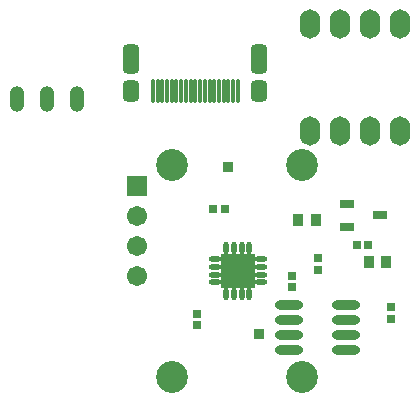
<source format=gts>
G04 Layer_Color=8388736*
%FSLAX24Y24*%
%MOIN*%
G70*
G01*
G75*
%ADD33O,0.0146X0.0791*%
%ADD34O,0.0482X0.0867*%
%ADD35O,0.0678X0.0982*%
%ADD36R,0.0316X0.0277*%
%ADD37R,0.0277X0.0316*%
%ADD38O,0.0946X0.0316*%
%ADD39R,0.0356X0.0434*%
%ADD40R,0.1143X0.1143*%
%ADD41O,0.0198X0.0415*%
%ADD42O,0.0415X0.0198*%
%ADD43R,0.0380X0.0380*%
%ADD44R,0.0474X0.0316*%
G04:AMPARAMS|DCode=45|XSize=55.2mil|YSize=71mil|CornerRadius=15.8mil|HoleSize=0mil|Usage=FLASHONLY|Rotation=0.000|XOffset=0mil|YOffset=0mil|HoleType=Round|Shape=RoundedRectangle|*
%AMROUNDEDRECTD45*
21,1,0.0552,0.0394,0,0,0.0*
21,1,0.0236,0.0710,0,0,0.0*
1,1,0.0316,0.0118,-0.0197*
1,1,0.0316,-0.0118,-0.0197*
1,1,0.0316,-0.0118,0.0197*
1,1,0.0316,0.0118,0.0197*
%
%ADD45ROUNDEDRECTD45*%
G04:AMPARAMS|DCode=46|XSize=55.2mil|YSize=98.6mil|CornerRadius=15.8mil|HoleSize=0mil|Usage=FLASHONLY|Rotation=0.000|XOffset=0mil|YOffset=0mil|HoleType=Round|Shape=RoundedRectangle|*
%AMROUNDEDRECTD46*
21,1,0.0552,0.0669,0,0,0.0*
21,1,0.0236,0.0986,0,0,0.0*
1,1,0.0316,0.0118,-0.0335*
1,1,0.0316,-0.0118,-0.0335*
1,1,0.0316,-0.0118,0.0335*
1,1,0.0316,0.0118,0.0335*
%
%ADD46ROUNDEDRECTD46*%
%ADD47C,0.0671*%
%ADD48R,0.0671X0.0671*%
%ADD49C,0.1064*%
D33*
X1290Y10280D02*
D03*
X1447D02*
D03*
X1605D02*
D03*
X1762D02*
D03*
X1920D02*
D03*
X2077D02*
D03*
X2235D02*
D03*
X2392D02*
D03*
X2550D02*
D03*
X2707D02*
D03*
X2865D02*
D03*
X3022D02*
D03*
X3180D02*
D03*
X3337D02*
D03*
X3495D02*
D03*
X3652D02*
D03*
X3810D02*
D03*
X3967D02*
D03*
X4125D02*
D03*
D34*
X-1230Y10000D02*
D03*
X-2238D02*
D03*
X-3230D02*
D03*
D35*
X9520Y8941D02*
D03*
X6520D02*
D03*
X8520D02*
D03*
X7520D02*
D03*
Y12500D02*
D03*
X8528D02*
D03*
X6520D02*
D03*
X9520D02*
D03*
D36*
X3697Y6340D02*
D03*
X3303D02*
D03*
X8477Y5150D02*
D03*
X8083D02*
D03*
D37*
X6790Y4697D02*
D03*
Y4303D02*
D03*
X5940Y4117D02*
D03*
Y3723D02*
D03*
X2760Y2847D02*
D03*
Y2453D02*
D03*
X9240Y2673D02*
D03*
Y3067D02*
D03*
D38*
X5845Y3150D02*
D03*
Y2650D02*
D03*
Y2150D02*
D03*
Y1650D02*
D03*
X7735Y3150D02*
D03*
Y2650D02*
D03*
Y2150D02*
D03*
Y1650D02*
D03*
D39*
X6125Y5970D02*
D03*
X6715D02*
D03*
X8485Y4570D02*
D03*
X9075D02*
D03*
D40*
X4128Y4276D02*
D03*
D41*
X3744Y5044D02*
D03*
X4000D02*
D03*
X4256D02*
D03*
X4512D02*
D03*
Y3508D02*
D03*
X4256D02*
D03*
X4000D02*
D03*
X3744D02*
D03*
D42*
X4895Y4660D02*
D03*
Y4404D02*
D03*
Y4148D02*
D03*
Y3892D02*
D03*
X3360D02*
D03*
Y4148D02*
D03*
Y4404D02*
D03*
Y4660D02*
D03*
D43*
X4840Y2180D02*
D03*
X3810Y7740D02*
D03*
D44*
X7749Y6494D02*
D03*
Y5746D02*
D03*
X8851Y6120D02*
D03*
D45*
X4843Y10280D02*
D03*
X571D02*
D03*
D46*
Y11323D02*
D03*
X4843D02*
D03*
D47*
X770Y4090D02*
D03*
Y5090D02*
D03*
Y6090D02*
D03*
D48*
Y7090D02*
D03*
D49*
X1919Y720D02*
D03*
X1919Y7810D02*
D03*
X6250D02*
D03*
Y720D02*
D03*
M02*

</source>
